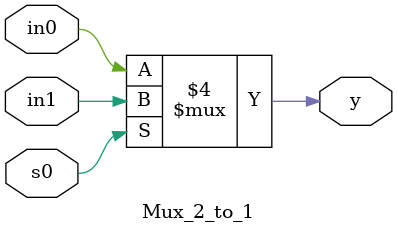
<source format=v>
/*
Instructions
-------------------
Students are not allowed to make any changes in the Module declaration.
This file is used to design 2:1 Multiplexer.

Recommended Quartus Version : 19.1
The submitted project file must be 19.1 compatible as the evaluation will be done on Quartus Prime Lite 19.1.

Warning: The error due to compatibility will not be entertained.
			Do not make any changes to Test_Bench_Vector.txt file. Violating will result into Disqualification.
-------------------
*/

//2:1 MUX design
//Inputs	: i1(MSB), io(LSB) & select line(s0)
//Output	: y

//////////////////DO NOT MAKE ANY CHANGES IN MODULE//////////////////
module Mux_2_to_1(
	input		in1,       //INPUT i1 (MSB)
	input		in0,		 //INPUT i0
	input		s0,		 //SELECT INPUT s0(LSB)
	output reg	y		 //OUTPUT y
);


////////////////////////WRITE YOUR CODE FROM HERE//////////////////// 
always @(*) 
if(s0==1'b0)
y=in0;
else
y=in1;	
////////////////////////YOUR CODE ENDS HERE//////////////////////////
endmodule
///////////////////////////////MODULE ENDS///////////////////////////
</source>
